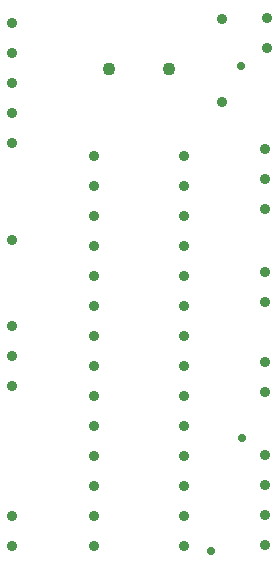
<source format=gbr>
G04 Layer_Color=0*
%FSLAX25Y25*%
%MOIN*%
%TF.FileFunction,Plated,1,2,PTH,Drill*%
%TF.Part,Single*%
G01*
G75*
%TA.AperFunction,ComponentDrill*%
%ADD19C,0.03543*%
%ADD20C,0.04331*%
%ADD21C,0.03543*%
%TA.AperFunction,ViaDrill,NotFilled*%
%ADD22C,0.02800*%
D19*
X92000Y9000D02*
D03*
Y19000D02*
D03*
Y29000D02*
D03*
Y39000D02*
D03*
X7500Y62000D02*
D03*
Y72000D02*
D03*
Y82000D02*
D03*
X92000Y100000D02*
D03*
Y90000D02*
D03*
X77500Y156524D02*
D03*
Y184476D02*
D03*
X7500Y8500D02*
D03*
Y18500D02*
D03*
X92000Y141000D02*
D03*
Y131000D02*
D03*
Y121000D02*
D03*
X7500Y110500D02*
D03*
Y183000D02*
D03*
Y173000D02*
D03*
Y163000D02*
D03*
Y153000D02*
D03*
Y143000D02*
D03*
X92500Y184500D02*
D03*
Y174500D02*
D03*
X92000Y70000D02*
D03*
Y60000D02*
D03*
D20*
X60000Y167500D02*
D03*
X40000D02*
D03*
D21*
X65000Y8500D02*
D03*
Y18500D02*
D03*
Y28500D02*
D03*
Y38500D02*
D03*
Y48500D02*
D03*
Y58500D02*
D03*
Y68500D02*
D03*
Y78500D02*
D03*
Y88500D02*
D03*
Y98500D02*
D03*
Y108500D02*
D03*
Y118500D02*
D03*
Y128500D02*
D03*
Y138500D02*
D03*
X35000Y8500D02*
D03*
Y18500D02*
D03*
Y28500D02*
D03*
Y38500D02*
D03*
Y48500D02*
D03*
Y58500D02*
D03*
Y68500D02*
D03*
Y78500D02*
D03*
Y88500D02*
D03*
Y98500D02*
D03*
Y108500D02*
D03*
Y118500D02*
D03*
Y128500D02*
D03*
Y138500D02*
D03*
D22*
X73700Y6900D02*
D03*
X84300Y44600D02*
D03*
X83800Y168700D02*
D03*
%TF.MD5,6AF829DCD11C50F02F19F33403CA6CD5*%
M02*

</source>
